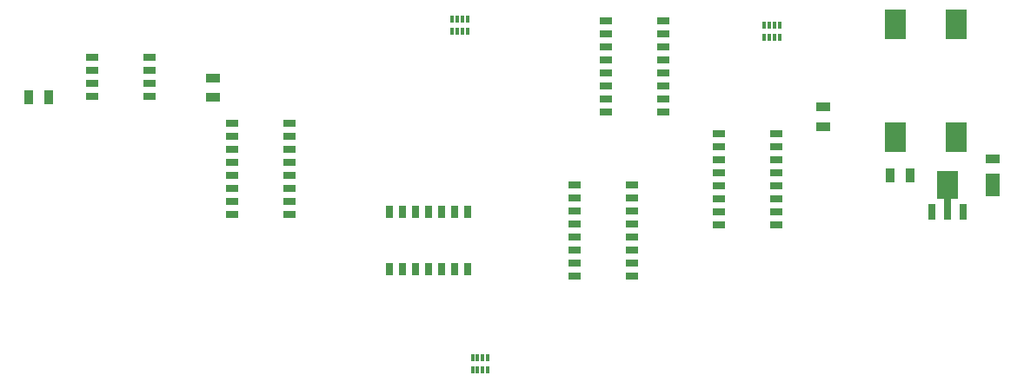
<source format=gtp>
G04 (created by PCBNEW (2013-mar-13)-testing) date Tue 15 Oct 2013 19:00:41 BST*
%MOIN*%
G04 Gerber Fmt 3.4, Leading zero omitted, Abs format*
%FSLAX34Y34*%
G01*
G70*
G90*
G04 APERTURE LIST*
%ADD10C,0.005906*%
%ADD11R,0.011800X0.025600*%
%ADD12R,0.050000X0.025000*%
%ADD13R,0.025000X0.050000*%
%ADD14R,0.055000X0.035000*%
%ADD15R,0.035000X0.055000*%
%ADD16R,0.027600X0.063000*%
%ADD17R,0.027600X0.082700*%
%ADD18R,0.078700X0.108300*%
%ADD19R,0.078740X0.118110*%
%ADD20R,0.055100X0.086600*%
%ADD21R,0.055100X0.035400*%
G04 APERTURE END LIST*
G54D10*
G54D11*
X23917Y-22212D03*
X23720Y-22212D03*
X23523Y-22212D03*
X23326Y-22212D03*
X23326Y-22665D03*
X23523Y-22665D03*
X23720Y-22665D03*
X23917Y-22665D03*
X23129Y-9220D03*
X22932Y-9220D03*
X22735Y-9220D03*
X22538Y-9220D03*
X22538Y-9673D03*
X22735Y-9673D03*
X22932Y-9673D03*
X23129Y-9673D03*
X35098Y-9457D03*
X34901Y-9457D03*
X34704Y-9457D03*
X34507Y-9457D03*
X34507Y-9910D03*
X34704Y-9910D03*
X34901Y-9910D03*
X35098Y-9910D03*
G54D12*
X10942Y-12167D03*
X10942Y-11667D03*
X10942Y-11167D03*
X10942Y-10667D03*
X8742Y-10667D03*
X8742Y-11167D03*
X8742Y-11667D03*
X8742Y-12167D03*
X30627Y-12773D03*
X30627Y-12273D03*
X30627Y-11773D03*
X30627Y-11273D03*
X30627Y-10773D03*
X30627Y-10273D03*
X30627Y-9773D03*
X30627Y-9273D03*
X28427Y-9273D03*
X28427Y-9773D03*
X28427Y-10273D03*
X28427Y-10773D03*
X28427Y-11273D03*
X28427Y-11773D03*
X28427Y-12273D03*
X28427Y-12773D03*
X29446Y-19072D03*
X29446Y-18572D03*
X29446Y-18072D03*
X29446Y-17572D03*
X29446Y-17072D03*
X29446Y-16572D03*
X29446Y-16072D03*
X29446Y-15572D03*
X27246Y-15572D03*
X27246Y-16072D03*
X27246Y-16572D03*
X27246Y-17072D03*
X27246Y-17572D03*
X27246Y-18072D03*
X27246Y-18572D03*
X27246Y-19072D03*
X34958Y-17104D03*
X34958Y-16604D03*
X34958Y-16104D03*
X34958Y-15604D03*
X34958Y-15104D03*
X34958Y-14604D03*
X34958Y-14104D03*
X34958Y-13604D03*
X32758Y-13604D03*
X32758Y-14104D03*
X32758Y-14604D03*
X32758Y-15104D03*
X32758Y-15604D03*
X32758Y-16104D03*
X32758Y-16604D03*
X32758Y-17104D03*
X14096Y-13210D03*
X14096Y-13710D03*
X14096Y-14210D03*
X14096Y-14710D03*
X14096Y-15210D03*
X14096Y-15710D03*
X14096Y-16210D03*
X14096Y-16710D03*
X16296Y-16710D03*
X16296Y-16210D03*
X16296Y-15710D03*
X16296Y-15210D03*
X16296Y-14710D03*
X16296Y-14210D03*
X16296Y-13710D03*
X16296Y-13210D03*
G54D13*
X23153Y-16616D03*
X22653Y-16616D03*
X22153Y-16616D03*
X21653Y-16616D03*
X21153Y-16616D03*
X20653Y-16616D03*
X20153Y-16616D03*
X20153Y-18816D03*
X20653Y-18816D03*
X21153Y-18816D03*
X21653Y-18816D03*
X22153Y-18816D03*
X22653Y-18816D03*
X23153Y-18816D03*
G54D14*
X36771Y-13327D03*
X36771Y-12577D03*
G54D15*
X40099Y-15196D03*
X39349Y-15196D03*
X7067Y-12204D03*
X6317Y-12204D03*
G54D14*
X13385Y-12225D03*
X13385Y-11475D03*
G54D16*
X40944Y-16614D03*
G54D17*
X41535Y-16516D03*
G54D16*
X42126Y-16614D03*
G54D18*
X41535Y-15571D03*
G54D19*
X41889Y-9409D03*
X41889Y-13740D03*
X39527Y-13740D03*
X39527Y-9409D03*
G54D20*
X43267Y-15590D03*
G54D21*
X43267Y-14586D03*
M02*

</source>
